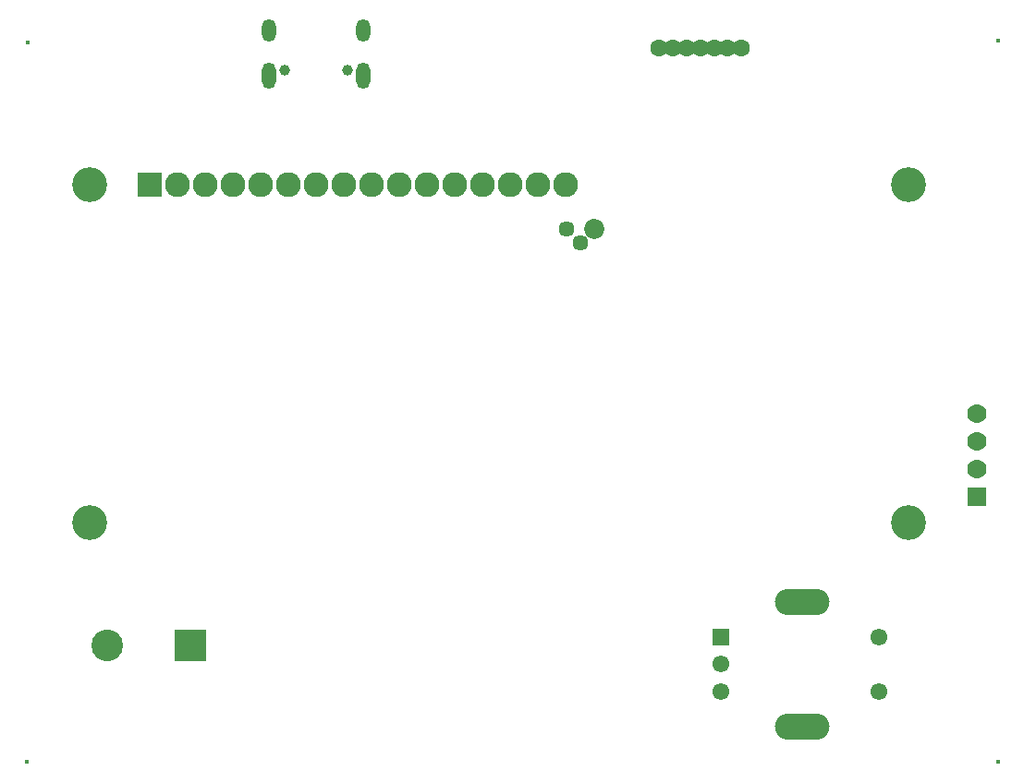
<source format=gbs>
G04*
G04 #@! TF.GenerationSoftware,Altium Limited,Altium Designer,25.7.1 (20)*
G04*
G04 Layer_Color=16711935*
%FSLAX44Y44*%
%MOMM*%
G71*
G04*
G04 #@! TF.SameCoordinates,C553E2C7-41F9-40DB-990B-6D54EA4AAFBF*
G04*
G04*
G04 #@! TF.FilePolarity,Negative*
G04*
G01*
G75*
%ADD46C,1.6000*%
%ADD47O,1.3000X2.4000*%
%ADD48O,1.3000X2.1000*%
%ADD49R,2.2796X2.2796*%
%ADD50C,2.9000*%
%ADD51C,1.7700*%
%ADD52C,1.8500*%
%ADD53C,1.5500*%
%ADD54C,2.2796*%
%ADD55C,1.0000*%
%ADD56C,3.2000*%
%ADD57R,1.5500X1.5500*%
%ADD58R,1.7700X1.7700*%
%ADD59R,2.9000X2.9000*%
%ADD60C,1.4500*%
%ADD61C,0.4000*%
G04:AMPARAMS|DCode=62|XSize=2.4mm|YSize=5mm|CornerRadius=1.2mm|HoleSize=0mm|Usage=FLASHONLY|Rotation=270.000|XOffset=0mm|YOffset=0mm|HoleType=Round|Shape=RoundedRectangle|*
%AMROUNDEDRECTD62*
21,1,2.4000,2.6000,0,0,270.0*
21,1,0.0000,5.0000,0,0,270.0*
1,1,2.4000,-1.3000,0.0000*
1,1,2.4000,-1.3000,0.0000*
1,1,2.4000,1.3000,0.0000*
1,1,2.4000,1.3000,0.0000*
%
%ADD62ROUNDEDRECTD62*%
D46*
X642400Y922590D02*
D03*
X654900D02*
D03*
X629900D02*
D03*
X667400D02*
D03*
X679900D02*
D03*
X692400D02*
D03*
X617400D02*
D03*
D47*
X346220Y897520D02*
D03*
X259720D02*
D03*
D48*
X346220Y939220D02*
D03*
X259720D02*
D03*
D49*
X150280Y797680D02*
D03*
D50*
X111880Y374930D02*
D03*
D51*
X908360Y561820D02*
D03*
Y587220D02*
D03*
Y536420D02*
D03*
D52*
X558060Y756620D02*
D03*
D53*
X673540Y357760D02*
D03*
X818540Y332760D02*
D03*
X673540D02*
D03*
X818540Y382760D02*
D03*
D54*
X175680Y797680D02*
D03*
X531280D02*
D03*
X505880D02*
D03*
X378880D02*
D03*
X353480D02*
D03*
X328080D02*
D03*
X302680D02*
D03*
X201080D02*
D03*
X251880D02*
D03*
X404280D02*
D03*
X480480D02*
D03*
X226480D02*
D03*
X455080D02*
D03*
X277280D02*
D03*
X429680D02*
D03*
D55*
X274070Y902420D02*
D03*
X331870D02*
D03*
D56*
X845280Y487680D02*
D03*
Y797680D02*
D03*
X95280Y487680D02*
D03*
Y797680D02*
D03*
D57*
X673540Y382760D02*
D03*
D58*
X908360Y511020D02*
D03*
D59*
X187880Y374930D02*
D03*
D60*
X532660Y756620D02*
D03*
X545360Y743920D02*
D03*
D61*
X37690Y268530D02*
D03*
X38710Y928270D02*
D03*
X927590Y929660D02*
D03*
X927410Y268000D02*
D03*
D62*
X748540Y300760D02*
D03*
Y414760D02*
D03*
M02*

</source>
